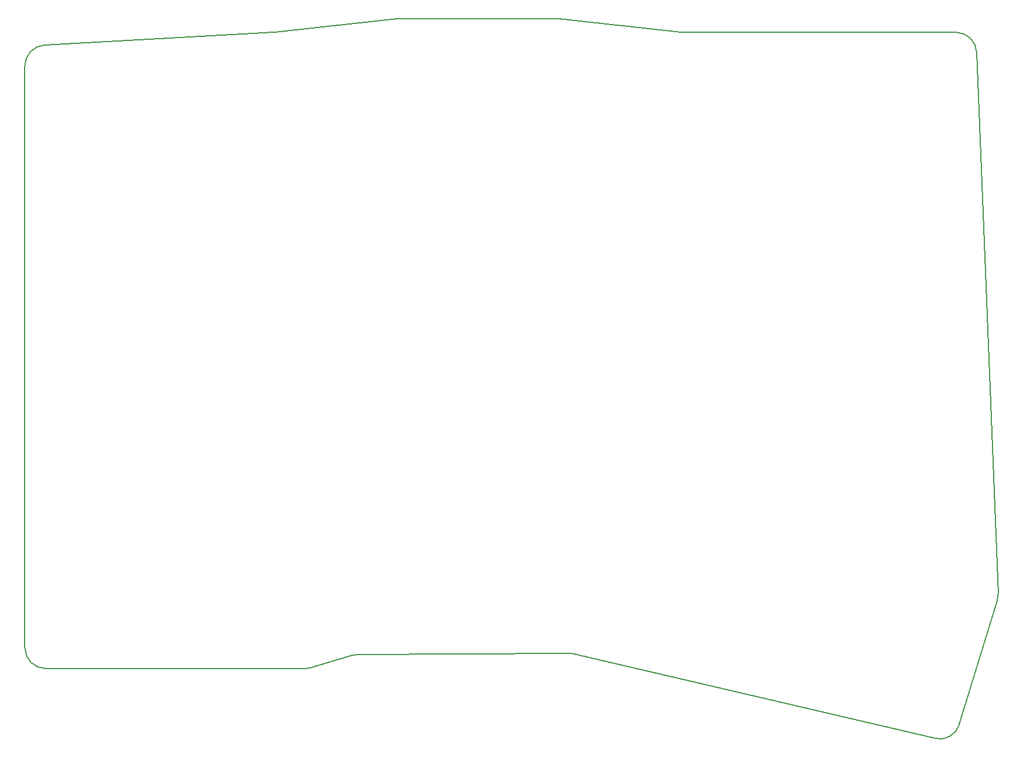
<source format=gbr>
%TF.GenerationSoftware,KiCad,Pcbnew,8.0.4*%
%TF.CreationDate,2024-10-05T17:03:56-04:00*%
%TF.ProjectId,mzizzi-split62,6d7a697a-7a69-42d7-9370-6c697436322e,v1.0.0*%
%TF.SameCoordinates,Original*%
%TF.FileFunction,Profile,NP*%
%FSLAX46Y46*%
G04 Gerber Fmt 4.6, Leading zero omitted, Abs format (unit mm)*
G04 Created by KiCad (PCBNEW 8.0.4) date 2024-10-05 17:03:56*
%MOMM*%
%LPD*%
G01*
G04 APERTURE LIST*
%TA.AperFunction,Profile*%
%ADD10C,0.150000*%
%TD*%
G04 APERTURE END LIST*
D10*
X185579635Y-159129343D02*
G75*
G02*
X186439801Y-158996760I882265J-2867357D01*
G01*
X179931154Y-160867337D02*
G75*
G02*
X179048897Y-160999999I-882254J2867337D01*
G01*
X276114221Y-71881161D02*
X279219232Y-150203171D01*
X192666155Y-67000000D02*
X215333845Y-67000000D01*
X174582254Y-68990861D02*
X192334861Y-67018349D01*
X192334860Y-67018349D02*
G75*
G02*
X192666155Y-66999996I331340J-2981751D01*
G01*
X141333590Y-70842578D02*
X174417369Y-69004591D01*
X215333845Y-67000000D02*
G75*
G02*
X215665139Y-67018353I-45J-3000100D01*
G01*
X174582254Y-68990861D02*
G75*
G02*
X174417369Y-69004590I-331254J2981461D01*
G01*
X185579635Y-159129343D02*
X179931155Y-160867337D01*
X273116576Y-69000000D02*
G75*
G02*
X276114245Y-71881160I24J-3000000D01*
G01*
X138500000Y-158000000D02*
X138500000Y-73837959D01*
X233666155Y-69000000D02*
X273116576Y-69000000D01*
X273627240Y-169068648D02*
G75*
G02*
X270076041Y-171112926I-2868940J877148D01*
G01*
X215665139Y-67018349D02*
X233334861Y-68981651D01*
X216869742Y-158772680D02*
X186439801Y-158996761D01*
X270076043Y-171112918D02*
X217574116Y-158851213D01*
X233666155Y-69000000D02*
G75*
G02*
X233334861Y-68981647I45J3000100D01*
G01*
X216869742Y-158772679D02*
G75*
G02*
X217574114Y-158851220I22058J-2999921D01*
G01*
X279219232Y-150203172D02*
G75*
G02*
X279090497Y-151199125I-2997632J-118828D01*
G01*
X279090501Y-151199126D02*
X273627240Y-169068648D01*
X141500000Y-161000000D02*
G75*
G02*
X138500000Y-158000000I0J3000000D01*
G01*
X138500000Y-73837959D02*
G75*
G02*
X141333592Y-70842619I3000000J-41D01*
G01*
X141500000Y-161000000D02*
X179048897Y-161000000D01*
M02*

</source>
